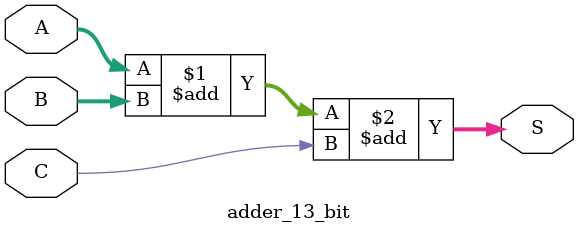
<source format=sv>
module vector_mul #(parameter NUMS_OF_A = 700*13,parameter NUMS_PARALLEL = NUMS_OF_A/100, parameter NUMS_PARALLEL_2=(NUMS_OF_A+13-13*3)/2,parameter NUMS_PARALLEL_V=26)
(
input logic clk,
input logic en,
input logic [26:1] v,
output logic [NUMS_OF_A+13:1] b_out
);
//11=1111111111111
//01=0000000000001
//00=0000000000000
logic [NUMS_OF_A:1] v_true;
logic [NUMS_OF_A+13:1]b_temp,b_temp_3,b_out_2;
logic [NUMS_PARALLEL:1]b_temp_2;
logic [NUMS_OF_A:1] a_S3_out_mod,a_S3_out_mod_1,a_S3_out_mod_2,a_S3_out;
logic [NUMS_OF_A+13:1] a,m,n,a_temp,a_S3_temp,a_temp_2;
logic [NUMS_PARALLEL_V:1]a1,a2,a3,a4,a6,a7,a9;
logic [13:1]t1,t2,t3,t4,t5,t6,t7,t8,t9;
logic [NUMS_PARALLEL_2+13*3:1] k1,k2,k3;
logic [NUMS_OF_A:1] z1,z2,z3;
assign z1=9100'd2359975699003997548963130587883005460920122192262842660440347650815524605726626959954220389796157611024673610638994781033202834896508335518424008842866055679802473270756462288129033653311516062666649491449942201904195649033552101503599021565654767605657949809025902774084083313848733206875778162950121072934262986237902546156442416052128997203628049572845513012203053118841435494329207026114609879984225950778165073799947308385051192485608328203639298349561753984904653922611197255548117232435639819101740127044302513772603311248422041878137373248377023118842253276447831702176723742191122582701990355946422966093538011485503878963279265863596892835636197820872846401958935899367161090364927030045609105090118878564960962974111195397390107059854729289822174167753935841945116395997207940376995680955448172461901332127472184790828524538590484674163200282203380642498860800398807512831054648576006700346964015483360691267181870580836203568946758399489168213376494899403280039682178547845388272244220530453078685890445393863714558675656017594048363397245253514692554919074973872472240192512496781120332370268013683805331969295331656779770451420782379654436644277991736324598306245515452029248960809707895038562344558900459125975346580872614874507456863474538130800574184999355335099398268892064290739918841782886502279421465484484232713048451106001574036094738699047665922789173547338217056668888098021790111206630719751124597989564058323040193723887894435895849649427507870999749029021967144392171293538230143713987201419736693778917724592917694403970053141717198090211985467296028748833850750269629304905810249796490477803360544842792697365085665985676531179928172988412412281495026688639205543193241341748727743908819661181161232561684363073910419763888328261859921713632138095972122768564905365890577653763988965830777939640736741855519137168868950763060180363392374277700343627964562610064453699052137652581766911210803013486791358358064755490338442086455713296356795885510860336203909377579308415784387153489423492265186985434184077003011261148911080353169542567962520867003750458060458997828161899969939050555314427086772959936727333604108714315529196591026437097188536910080410665087846967699690952121951999430345964639749532286077226476982029832925761846990649829656796219509017395807456137671451586570419840077468063840926310118521895538910959016283318394404979373749961680205200514307897827078412397520082334941720368374225971507429897918101958268789591741468939357056804883726182432096222071176357834993567291158581163232152486820938885619828710186395058981997920686550779575642295045191473688344901606893357828914904171931186961662215152403476218600805892137888100859328073345263168757632416842763560575405341880681942160938893313;
assign z2=9100'd19332920926240747921105965775937580735857640999017207074327327955480777570112528055944973433210123149514126218354645246223997623472196284566929480440758728128941861034036939064353043687927939585365192633957926517999170756882858815517483184665843856225549924835540195525296810507048822430726374710887391829477482383260897658113576272299040745092120982100750442595967411149549039569544863957930884136830778988774728284569168350290339368842103424644213132079609888644338924934030927917450176368112761398081455120746926192825166325747073367065701361650704573389555738840660637304231720896029676197494704995913096938238263390089247776467183745954585746109531732548590357724847602887615783652269482230133629788898253853204160208683918912695419757034329942342223250782240242417214393516009127447568348618387031428807895712788252137806467273020133250450744936711810094223350667676867031145111999681134646889242329214839690782860753883798210179636811844808615266003980246215911670085076406663949420726224654585471620594814528666531549664670974096130444192950233116792361409897062185963292591657062373630937762777235568097733279492467356932339879538039049254129144989925308303971109324763262583023607486953127076155902726626512561159990039190508461051965086625583416367518303723514718905134270618763790669741415151885406226673020645248894834385292911460364894503688099422598479239488909699794674128231531298994504591004718856201212706730508765782345266986089631218858800328110144479229944045747954846860667236665181337304983154030482995436893999865181752557322675336947286755016584948089067510446905346208803265788397566332849994165129583352157776814781775754662143425971593121074481410007258633332371809839033071605577678101050664396072817145318302301474158705773185121156478678074475282203629720083704757375612139634597608085732881536915389280412771687374444650988997536910330082921215000285696901648004702635111649949834536638898286483794807669266476976852517572245203323754871894104967874182425621129694542105699561385357248636411784676835958808668251331879570253164892716748970942494723752431280110208302284553740702149135786694844087801670316884858587672815178473688572700168494367378724168399642359395868279783030779333394142328828168487544639299436788391327841050547403404548474630217870506454680679804531397184879329914618378984868332490931368254758576261392944286965591029759686084241002613210298999426354360484514487842573257721659158588865723745091242137924335546113551213009345607484886483732251207076723384267303249171096889197793172037131350997636793846948323180526966264223986283661681010208552454921433963670387334470894976460283589936866528489277182777801868393579322239615576844395878462524758775919088233720560686546470182411414020096;
assign z3=9100'd2360551864937550607184277103139129634152494890547905313812890334183479200222139897698644652700728488487911664944195088226886062616761969927611869329941406350639210245318871406815579909402100269715341909959201161991698713766188503682856328853337091692078303425058508920064840398846188745770224705950747145394323246680305997452842004170414576503737153317723039876861562734925209503514898815964494240146364735727842819956666045569787982064981090018302945895772840729947892282389797637595557937784478282339158397152580559862850763571960907872671401937605742365707823071748912637370101893381119961270008951020888378698722229827161279695238786462345245840954540785818988432006188797827709061813475068224096631859926184781824856284025417712313834348459637025624255718518950448832334127729931787431096851345280360165313351074330024045752888007925452287974348518332443845511525313281295789285080651225085527645239905570210467197809853602762902555808879525995610727800627929178436311715546580517293115146107741341855946515420903072724658647383940455272507904546598640442302517503446955327591587256834736154975812441682055211503990078506158221825528864419573232860201685628498188737427017864695592501197586468459492759722405297974502928447008459799509404847254154188093233272512873036414856967888833744902456151573911610267042262837916733411803998927261822224564977799290844827165317205005995159210912592177186864848468979594023234550197707559929997966628096839277427451661958096370968187764183288668928287832192480948116713870619219359571516946811810807110451042347452401538009205813296511389938857195480557622528987695177882794196481887343271263801643386254446076202729800974019891540875859598127509594409070304889835548563785108154986216154797140247335741451743411601986566780776438149211353548190537887932555078388686272029752125849080651450957578069530266203985794505514512067218748115939121605391938356031626846662198779689073795882177178348761746216861300126318596899554351251761753809567845570043778991667692822127776251195790979423862582962995646558579645992121414532739213375241980131852314206781169285577611085998628045728787705670047824550288978542654265803052882720059206815457677705129538786633084605821634889610220433672164875971794216485772938973475261102096144834535650976087509488174072456802070942949918397682399225735857558495305860517812414137763318353897742469763928214821703117714355344757902714284806497824721784218068649059490139051416587561410238200438266597106205052597889610362565246452260225630586157114869856143117316071445816017147139972192788966855793720651154021529122023475735110312494483020310042761601118773204130473710536490408904766459080178565470561242650453864480420044320435037786389047274955044539011442941951;
integer dem,dem1,dem2,dem3;
genvar i;
generate 
	for (i=1;i<=26-1;i=i+13) begin
		mul_in_S3 entity_0 (a1[i+12:i],a2[i+12:i],a3[i+12:i]);
		mul_in_S3 entity_1 (a4[i+12:i],a2[i+12:i],a6[i+12:i]);
		mul_in_S3 entity_2 (a7[i+12:i],a2[i+12:i],a9[i+12:i]);
	end
endgenerate
genvar j;
generate
	for (j=40;j<40+NUMS_PARALLEL_2-1;j=j+13) begin
		sub_in_S3_3 entity_0 (k1[j-27:j-39],k2[j+12:j],k2[j-1:j-13],k2[j-14:j-26],k1[j+12:j]);
	end
endgenerate
N_13_bit_adder N_13_bit_adder (a3,t1);
adder_13_bit adder_13_bit (t1,t2,1'b0,a[13:1]);
N_13_bit_adder N_13_bit_adder_1 (a6,t4);
adder_13_bit adder_13_bit_1 (t4,t5,1'b0,a[26:14]);
N_13_bit_adder N_13_bit_adder_2 (a9,t7);
adder_13_bit adder_13_bit_2 (t7,t8,1'b0,a[39:27]);
//S3
genvar o;
generate 
	for(o=1;o<NUMS_PARALLEL;o=o+13) begin
		adder_13_bit entity_0 ( a_S3_temp[o+12:o], ~a[NUMS_OF_A+13:NUMS_OF_A+1],1'b1,a_S3_out[o+12:o]);
		mod3 entity_1 ({a_S3_out[o+12],1'b0,a_S3_out[o+11:o]},a_S3_out_mod[o+12:o]);
	end
endgenerate
//
//
genvar p;
generate
	for(p=14;p<=NUMS_PARALLEL+13;p=p+13) begin
		adder_13_bit entity_2 (b_temp[p-1:p-13],~b_temp[p+12:p],1'b1,b_temp_2[p-1:p-13]);
	end	
endgenerate
//
always @(posedge clk) begin

if (en==1) begin
	dem=0;
	dem1=0;
	dem2=0;
	dem3=0;
	a_temp=0;
	a[NUMS_OF_A+13:40]=0;
	a_S3_out_mod_1=0;
	a_S3_out_mod_2=0;
	//k1=0;k2=0;k3=0;
end
else begin
	if (dem==NUMS_OF_A/NUMS_PARALLEL) begin
		dem=NUMS_OF_A;
		a_temp_2=a;
	end
	else if (dem==NUMS_OF_A) begin 
		if (dem1==3) begin
			a[NUMS_OF_A+13:40]=m[NUMS_OF_A+13:40];
			dem1=dem1+1;
		end
		else if (dem1==4) begin
			if (dem2==NUMS_OF_A/NUMS_PARALLEL+1) begin 
				if (dem3==NUMS_OF_A/NUMS_PARALLEL+1) begin
				b_out[NUMS_OF_A+13:NUMS_OF_A+1]=a_S3_out_mod_1[NUMS_OF_A:NUMS_OF_A-12];
				b_out[13:1]=~a_S3_out_mod_1[13:1]+1;
				end
				else begin
					b_temp=a_S3_out_mod_1>>(dem3*NUMS_PARALLEL);
					b_out=b_out_2;
					if (dem3 !=0) begin
					b_out[NUMS_OF_A+13:NUMS_OF_A-NUMS_PARALLEL+14]=b_temp_2;
					b_out_2=b_out>>NUMS_PARALLEL;
					end
					dem3=dem3+1;
				end 
			end
				
			else begin
				a_S3_temp=a>>(dem2*NUMS_PARALLEL);
				a_S3_out_mod_1=a_S3_out_mod_2;
				if (dem2 != 0) begin
				a_S3_out_mod_1[NUMS_OF_A:NUMS_OF_A-NUMS_PARALLEL+1]=a_S3_out_mod[NUMS_PARALLEL:1];
				a_S3_out_mod_2=a_S3_out_mod_1>>NUMS_PARALLEL; 
				end
				dem2=dem2+1;
			end
		end
		else begin
			m=n;
			if (dem1!=0) begin
			a_temp_2=k1;
			a_temp_2[40+NUMS_PARALLEL_2-1:40]=k1[40+NUMS_PARALLEL_2-1:40];
			k1[39:1]=a_temp_2>>(NUMS_PARALLEL_2);
			end
			else k1[39:1]=a_temp_2[39:1];
			k2=v_true>>(NUMS_PARALLEL_2*dem1);
			if (dem1!=0) begin
			m[NUMS_OF_A+13:NUMS_OF_A+13-NUMS_PARALLEL_2+1]=k1[40+NUMS_PARALLEL_2-1:40];
			n=m>>NUMS_PARALLEL_2;	
			end
			dem1=dem1+1;
	end
	
	end
 
	else begin
		if (dem!=0) a_temp=a;
		else ;
		v_true={v,v_true[NUMS_OF_A-13:1]};
		a2=v;//
		a1=z1>>(NUMS_PARALLEL*dem);
		a4=z2>>(NUMS_PARALLEL*dem);
		a7=z3>>(NUMS_PARALLEL*dem);
		t2=a_temp[13:1];
		t5=a_temp[26:14];
		t8=a_temp[39:27];
		dem=dem+1;
		
		
	end
		
end
end

endmodule
module sub_in_S3_3(
input logic [12:0]a,b,c,d,
output logic [12:0]e);
logic [12:0] t,t1;
adder_13_bit entity_0(a,~b,1'b1,t);
adder_13_bit entity_1(t,~c,1'b1,t1);
adder_13_bit entity_2(t1,~d,1'b1,e);
endmodule
module mul_in_S3(
input logic [12:0] a,
input logic [12:0] b,
output logic [12:0]c);
always_comb begin
	if ((a==13'd0)||(b==13'd0))
		c=13'd0;
	else if ((a==13'd1)&&(b==13'd1) || (a==13'd8191)&&(b==13'd8191))
		c=13'd1;
	else  
		c=13'd8191;
end
endmodule
module N_13_bit_adder #(parameter N=2*13)
(
input logic [N:1] A,
output logic [13:1] S		
);
logic [N+13:1] B;
assign B[13:1]=13'd0;
assign S=B[N+13:N+1];

genvar i;
generate
	for (i=1; i<=N-1; i=i+13) begin
		adder_13_bit entity_0 ( B[i+12:i], A[i+12:i],1'b0,B[i+25:i+13]);
	end
endgenerate
endmodule

module adder_13_bit(
    input logic [12:0] A,
    input logic [12:0] B,
    input logic C,
    output logic [12:0] S
    );

    assign S=A+B+C;

endmodule

</source>
